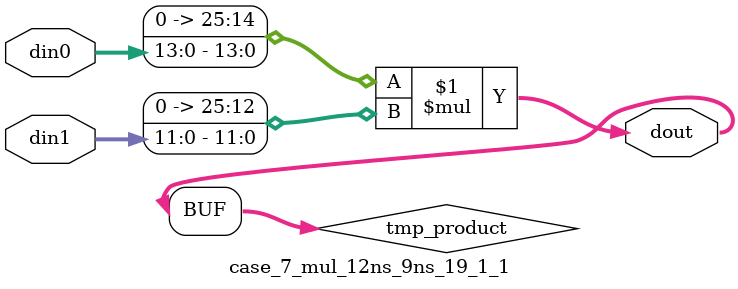
<source format=v>

`timescale 1 ns / 1 ps

 (* use_dsp = "no" *)  module case_7_mul_12ns_9ns_19_1_1(din0, din1, dout);
parameter ID = 1;
parameter NUM_STAGE = 0;
parameter din0_WIDTH = 14;
parameter din1_WIDTH = 12;
parameter dout_WIDTH = 26;

input [din0_WIDTH - 1 : 0] din0; 
input [din1_WIDTH - 1 : 0] din1; 
output [dout_WIDTH - 1 : 0] dout;

wire signed [dout_WIDTH - 1 : 0] tmp_product;
























assign tmp_product = $signed({1'b0, din0}) * $signed({1'b0, din1});











assign dout = tmp_product;





















endmodule

</source>
